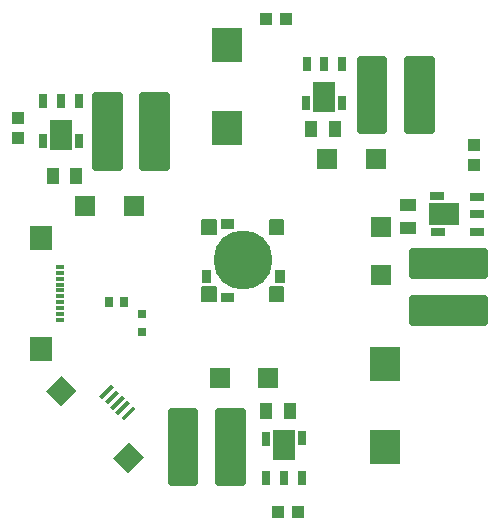
<source format=gtp>
G75*
G70*
%OFA0B0*%
%FSLAX24Y24*%
%IPPOS*%
%LPD*%
%AMOC8*
5,1,8,0,0,1.08239X$1,22.5*
%
%ADD10C,0.0051*%
%ADD11C,0.0031*%
%ADD12C,0.1969*%
%ADD13C,0.0251*%
%ADD14R,0.0472X0.0315*%
%ADD15R,0.0984X0.0760*%
%ADD16R,0.0472X0.0300*%
%ADD17R,0.0551X0.0433*%
%ADD18R,0.0669X0.0709*%
%ADD19R,0.0984X0.1181*%
%ADD20R,0.0433X0.0394*%
%ADD21R,0.0315X0.0472*%
%ADD22R,0.0760X0.0984*%
%ADD23R,0.0300X0.0472*%
%ADD24R,0.0433X0.0551*%
%ADD25R,0.0709X0.0669*%
%ADD26R,0.0394X0.0433*%
%ADD27R,0.0315X0.0118*%
%ADD28R,0.0748X0.0787*%
%ADD29R,0.0551X0.0138*%
%ADD30R,0.0709X0.0748*%
%ADD31R,0.0276X0.0354*%
%ADD32R,0.0315X0.0315*%
D10*
X008569Y008452D02*
X009031Y008452D01*
X008569Y008452D02*
X008569Y008914D01*
X009031Y008914D01*
X009031Y008452D01*
X009031Y008502D02*
X008569Y008502D01*
X008569Y008552D02*
X009031Y008552D01*
X009031Y008602D02*
X008569Y008602D01*
X008569Y008652D02*
X009031Y008652D01*
X009031Y008702D02*
X008569Y008702D01*
X008569Y008752D02*
X009031Y008752D01*
X009031Y008802D02*
X008569Y008802D01*
X008569Y008852D02*
X009031Y008852D01*
X009031Y008902D02*
X008569Y008902D01*
X008569Y010697D02*
X009031Y010697D01*
X008569Y010697D02*
X008569Y011159D01*
X009031Y011159D01*
X009031Y010697D01*
X009031Y010747D02*
X008569Y010747D01*
X008569Y010797D02*
X009031Y010797D01*
X009031Y010847D02*
X008569Y010847D01*
X008569Y010897D02*
X009031Y010897D01*
X009031Y010947D02*
X008569Y010947D01*
X008569Y010997D02*
X009031Y010997D01*
X009031Y011047D02*
X008569Y011047D01*
X008569Y011097D02*
X009031Y011097D01*
X009031Y011147D02*
X008569Y011147D01*
X010813Y010697D02*
X011275Y010697D01*
X010813Y010697D02*
X010813Y011159D01*
X011275Y011159D01*
X011275Y010697D01*
X011275Y010747D02*
X010813Y010747D01*
X010813Y010797D02*
X011275Y010797D01*
X011275Y010847D02*
X010813Y010847D01*
X010813Y010897D02*
X011275Y010897D01*
X011275Y010947D02*
X010813Y010947D01*
X010813Y010997D02*
X011275Y010997D01*
X011275Y011047D02*
X010813Y011047D01*
X010813Y011097D02*
X011275Y011097D01*
X011275Y011147D02*
X010813Y011147D01*
X010813Y008452D02*
X011275Y008452D01*
X010813Y008452D02*
X010813Y008914D01*
X011275Y008914D01*
X011275Y008452D01*
X011275Y008502D02*
X010813Y008502D01*
X010813Y008552D02*
X011275Y008552D01*
X011275Y008602D02*
X010813Y008602D01*
X010813Y008652D02*
X011275Y008652D01*
X011275Y008702D02*
X010813Y008702D01*
X010813Y008752D02*
X011275Y008752D01*
X011275Y008802D02*
X010813Y008802D01*
X010813Y008852D02*
X011275Y008852D01*
X011275Y008902D02*
X010813Y008902D01*
D11*
X011001Y009073D02*
X011001Y009475D01*
X011285Y009475D01*
X011285Y009073D01*
X011001Y009073D01*
X011001Y009103D02*
X011285Y009103D01*
X011285Y009133D02*
X011001Y009133D01*
X011001Y009163D02*
X011285Y009163D01*
X011285Y009193D02*
X011001Y009193D01*
X011001Y009223D02*
X011285Y009223D01*
X011285Y009253D02*
X011001Y009253D01*
X011001Y009283D02*
X011285Y009283D01*
X011285Y009313D02*
X011001Y009313D01*
X011001Y009343D02*
X011285Y009343D01*
X011285Y009373D02*
X011001Y009373D01*
X011001Y009403D02*
X011285Y009403D01*
X011285Y009433D02*
X011001Y009433D01*
X011001Y009463D02*
X011285Y009463D01*
X009592Y008727D02*
X009190Y008727D01*
X009592Y008727D02*
X009592Y008443D01*
X009190Y008443D01*
X009190Y008727D01*
X009190Y008473D02*
X009592Y008473D01*
X009592Y008503D02*
X009190Y008503D01*
X009190Y008533D02*
X009592Y008533D01*
X009592Y008563D02*
X009190Y008563D01*
X009190Y008593D02*
X009592Y008593D01*
X009592Y008623D02*
X009190Y008623D01*
X009190Y008653D02*
X009592Y008653D01*
X009592Y008683D02*
X009190Y008683D01*
X009190Y008713D02*
X009592Y008713D01*
X008844Y009073D02*
X008844Y009475D01*
X008844Y009073D02*
X008560Y009073D01*
X008560Y009475D01*
X008844Y009475D01*
X008844Y009103D02*
X008560Y009103D01*
X008560Y009133D02*
X008844Y009133D01*
X008844Y009163D02*
X008560Y009163D01*
X008560Y009193D02*
X008844Y009193D01*
X008844Y009223D02*
X008560Y009223D01*
X008560Y009253D02*
X008844Y009253D01*
X008844Y009283D02*
X008560Y009283D01*
X008560Y009313D02*
X008844Y009313D01*
X008844Y009343D02*
X008560Y009343D01*
X008560Y009373D02*
X008844Y009373D01*
X008844Y009403D02*
X008560Y009403D01*
X008560Y009433D02*
X008844Y009433D01*
X008844Y009463D02*
X008560Y009463D01*
X009190Y010884D02*
X009592Y010884D01*
X009190Y010884D02*
X009190Y011168D01*
X009592Y011168D01*
X009592Y010884D01*
X009592Y010914D02*
X009190Y010914D01*
X009190Y010944D02*
X009592Y010944D01*
X009592Y010974D02*
X009190Y010974D01*
X009190Y011004D02*
X009592Y011004D01*
X009592Y011034D02*
X009190Y011034D01*
X009190Y011064D02*
X009592Y011064D01*
X009592Y011094D02*
X009190Y011094D01*
X009190Y011124D02*
X009592Y011124D01*
X009592Y011154D02*
X009190Y011154D01*
D12*
X009922Y009805D03*
D13*
X006612Y012923D02*
X006612Y015271D01*
X007366Y015271D01*
X007366Y012923D01*
X006612Y012923D01*
X006612Y013173D02*
X007366Y013173D01*
X007366Y013423D02*
X006612Y013423D01*
X006612Y013673D02*
X007366Y013673D01*
X007366Y013923D02*
X006612Y013923D01*
X006612Y014173D02*
X007366Y014173D01*
X007366Y014423D02*
X006612Y014423D01*
X006612Y014673D02*
X007366Y014673D01*
X007366Y014923D02*
X006612Y014923D01*
X006612Y015173D02*
X007366Y015173D01*
X005791Y015271D02*
X005791Y012923D01*
X005037Y012923D01*
X005037Y015271D01*
X005791Y015271D01*
X005791Y013173D02*
X005037Y013173D01*
X005037Y013423D02*
X005791Y013423D01*
X005791Y013673D02*
X005037Y013673D01*
X005037Y013923D02*
X005791Y013923D01*
X005791Y014173D02*
X005037Y014173D01*
X005037Y014423D02*
X005791Y014423D01*
X005791Y014673D02*
X005037Y014673D01*
X005037Y014923D02*
X005791Y014923D01*
X005791Y015173D02*
X005037Y015173D01*
X014610Y014143D02*
X014610Y016491D01*
X014610Y014143D02*
X013856Y014143D01*
X013856Y016491D01*
X014610Y016491D01*
X014610Y014393D02*
X013856Y014393D01*
X013856Y014643D02*
X014610Y014643D01*
X014610Y014893D02*
X013856Y014893D01*
X013856Y015143D02*
X014610Y015143D01*
X014610Y015393D02*
X013856Y015393D01*
X013856Y015643D02*
X014610Y015643D01*
X014610Y015893D02*
X013856Y015893D01*
X013856Y016143D02*
X014610Y016143D01*
X014610Y016393D02*
X013856Y016393D01*
X015431Y016491D02*
X015431Y014143D01*
X015431Y016491D02*
X016185Y016491D01*
X016185Y014143D01*
X015431Y014143D01*
X015431Y014393D02*
X016185Y014393D01*
X016185Y014643D02*
X015431Y014643D01*
X015431Y014893D02*
X016185Y014893D01*
X016185Y015143D02*
X015431Y015143D01*
X015431Y015393D02*
X016185Y015393D01*
X016185Y015643D02*
X015431Y015643D01*
X015431Y015893D02*
X016185Y015893D01*
X016185Y016143D02*
X015431Y016143D01*
X015431Y016393D02*
X016185Y016393D01*
X015599Y009328D02*
X017947Y009328D01*
X015599Y009328D02*
X015599Y010082D01*
X017947Y010082D01*
X017947Y009328D01*
X017947Y009578D02*
X015599Y009578D01*
X015599Y009828D02*
X017947Y009828D01*
X017947Y010078D02*
X015599Y010078D01*
X015599Y008508D02*
X017947Y008508D01*
X017947Y007754D01*
X015599Y007754D01*
X015599Y008508D01*
X015599Y008004D02*
X017947Y008004D01*
X017947Y008254D02*
X015599Y008254D01*
X015599Y008504D02*
X017947Y008504D01*
X009132Y004759D02*
X009132Y002411D01*
X009132Y004759D02*
X009886Y004759D01*
X009886Y002411D01*
X009132Y002411D01*
X009132Y002661D02*
X009886Y002661D01*
X009886Y002911D02*
X009132Y002911D01*
X009132Y003161D02*
X009886Y003161D01*
X009886Y003411D02*
X009132Y003411D01*
X009132Y003661D02*
X009886Y003661D01*
X009886Y003911D02*
X009132Y003911D01*
X009132Y004161D02*
X009886Y004161D01*
X009886Y004411D02*
X009132Y004411D01*
X009132Y004661D02*
X009886Y004661D01*
X008311Y004759D02*
X008311Y002411D01*
X007557Y002411D01*
X007557Y004759D01*
X008311Y004759D01*
X008311Y002661D02*
X007557Y002661D01*
X007557Y002911D02*
X008311Y002911D01*
X008311Y003161D02*
X007557Y003161D01*
X007557Y003411D02*
X008311Y003411D01*
X008311Y003661D02*
X007557Y003661D01*
X007557Y003911D02*
X008311Y003911D01*
X008311Y004161D02*
X007557Y004161D01*
X007557Y004411D02*
X008311Y004411D01*
X008311Y004661D02*
X007557Y004661D01*
D14*
X017742Y010750D03*
X017742Y011341D03*
X017742Y011341D03*
X017742Y011931D03*
D15*
X016620Y011341D03*
D16*
X016422Y010735D03*
X016412Y011946D03*
D17*
X015434Y011656D03*
X015434Y010868D03*
D18*
X014528Y010928D03*
X014528Y009313D03*
D19*
X014647Y006341D03*
X014647Y003585D03*
X009410Y014215D03*
X009410Y016971D03*
D20*
X002442Y014550D03*
X002442Y013880D03*
X017639Y013644D03*
X017639Y012975D03*
D21*
X013229Y016365D03*
X012639Y016365D03*
X012638Y016365D03*
X012048Y016365D03*
X004450Y015105D03*
X003859Y015105D03*
X003859Y015105D03*
X003269Y015105D03*
X010710Y002537D03*
X011300Y002537D03*
X011301Y002537D03*
X011891Y002537D03*
D22*
X011300Y003659D03*
X003859Y013983D03*
X012639Y015243D03*
D23*
X012033Y015035D03*
X013244Y015045D03*
X004465Y013785D03*
X003254Y013775D03*
X010695Y003857D03*
X011906Y003867D03*
D24*
X011497Y004766D03*
X010710Y004766D03*
X004371Y012601D03*
X003584Y012601D03*
X012206Y014176D03*
X012993Y014176D03*
D25*
X012737Y013191D03*
X014351Y013191D03*
X010769Y005868D03*
X009154Y005868D03*
X006280Y011617D03*
X004666Y011617D03*
D26*
X010690Y017837D03*
X011359Y017837D03*
X011084Y001420D03*
X011753Y001420D03*
D27*
X003820Y007817D03*
X003820Y008014D03*
X003820Y008211D03*
X003820Y008408D03*
X003820Y008605D03*
X003820Y008802D03*
X003820Y008998D03*
X003820Y009195D03*
X003820Y009392D03*
X003820Y009589D03*
D28*
X003190Y010554D03*
X003190Y006853D03*
D29*
G36*
X005620Y005578D02*
X005232Y005190D01*
X005134Y005288D01*
X005522Y005676D01*
X005620Y005578D01*
G37*
G36*
X005801Y005397D02*
X005413Y005009D01*
X005315Y005107D01*
X005703Y005495D01*
X005801Y005397D01*
G37*
G36*
X005982Y005216D02*
X005594Y004828D01*
X005496Y004926D01*
X005884Y005314D01*
X005982Y005216D01*
G37*
G36*
X006163Y005035D02*
X005775Y004647D01*
X005677Y004745D01*
X006065Y005133D01*
X006163Y005035D01*
G37*
G36*
X006344Y004854D02*
X005956Y004466D01*
X005858Y004564D01*
X006246Y004952D01*
X006344Y004854D01*
G37*
D30*
G36*
X003873Y004933D02*
X003373Y005433D01*
X003901Y005961D01*
X004401Y005461D01*
X003873Y004933D01*
G37*
G36*
X006100Y002705D02*
X005600Y003205D01*
X006128Y003733D01*
X006628Y003233D01*
X006100Y002705D01*
G37*
D31*
X005966Y008428D03*
X005454Y008428D03*
D32*
X006576Y008014D03*
X006576Y007424D03*
M02*

</source>
